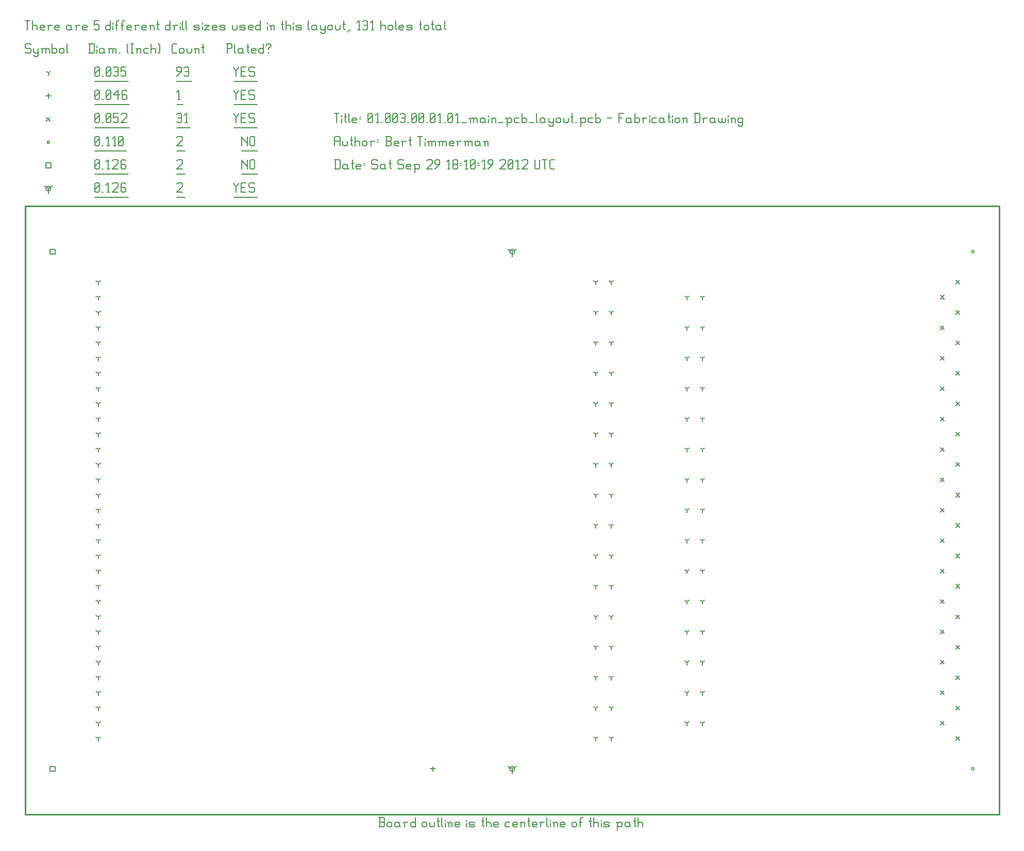
<source format=gbr>
G04 start of page 10 for group -3984 idx -3984 *
G04 Title: 01.003.00.01.01_main_pcb_layout.pcb, fab *
G04 Creator: pcb 20100929 *
G04 CreationDate: Sat Sep 29 18:10:19 2012 UTC *
G04 For: bert *
G04 Format: Gerber/RS-274X *
G04 PCB-Dimensions: 629925 393705 *
G04 PCB-Coordinate-Origin: lower left *
%MOIN*%
%FSLAX25Y25*%
%LNFAB*%
%ADD22C,0.0080*%
%ADD25C,0.0100*%
%ADD26C,0.0060*%
G54D22*X16117Y31132D02*X19317D01*
X16117D02*Y27932D01*
X19317D01*
Y31132D02*Y27932D01*
X16117Y365777D02*X19317D01*
X16117D02*Y362577D01*
X19317D01*
Y365777D02*Y362577D01*
X314961Y29532D02*Y26332D01*
Y29532D02*X317734Y31132D01*
X314961Y29532D02*X312188Y31132D01*
X313361Y29532D02*G75*G03X316561Y29532I1600J0D01*G01*
G75*G03X313361Y29532I-1600J0D01*G01*
X314961Y364177D02*Y360977D01*
Y364177D02*X317734Y365777D01*
X314961Y364177D02*X312188Y365777D01*
X313361Y364177D02*G75*G03X316561Y364177I1600J0D01*G01*
G75*G03X313361Y364177I-1600J0D01*G01*
X15000Y404955D02*Y401755D01*
Y404955D02*X17773Y406555D01*
X15000Y404955D02*X12227Y406555D01*
X13400Y404955D02*G75*G03X16600Y404955I1600J0D01*G01*
G75*G03X13400Y404955I-1600J0D01*G01*
G54D26*X135000Y408705D02*Y407955D01*
X136500Y406455D01*
X138000Y407955D01*
Y408705D02*Y407955D01*
X136500Y406455D02*Y402705D01*
X139801Y405705D02*X142051D01*
X139801Y402705D02*X142801D01*
X139801Y408705D02*Y402705D01*
Y408705D02*X142801D01*
X147603D02*X148353Y407955D01*
X145353Y408705D02*X147603D01*
X144603Y407955D02*X145353Y408705D01*
X144603Y407955D02*Y406455D01*
X145353Y405705D01*
X147603D01*
X148353Y404955D01*
Y403455D01*
X147603Y402705D02*X148353Y403455D01*
X145353Y402705D02*X147603D01*
X144603Y403455D02*X145353Y402705D01*
X135000Y399454D02*X150154D01*
X98000Y407955D02*X98750Y408705D01*
X101000D01*
X101750Y407955D01*
Y406455D01*
X98000Y402705D02*X101750Y406455D01*
X98000Y402705D02*X101750D01*
X98000Y399454D02*X103551D01*
X13400Y421555D02*X16600D01*
X13400D02*Y418355D01*
X16600D01*
Y421555D02*Y418355D01*
X140000Y423705D02*Y417705D01*
Y423705D02*Y422955D01*
X143750Y419205D01*
Y423705D02*Y417705D01*
X145551Y422955D02*Y418455D01*
Y422955D02*X146301Y423705D01*
X147801D01*
X148551Y422955D01*
Y418455D01*
X147801Y417705D02*X148551Y418455D01*
X146301Y417705D02*X147801D01*
X145551Y418455D02*X146301Y417705D01*
X140000Y414454D02*X150353D01*
X98000Y422955D02*X98750Y423705D01*
X101000D01*
X101750Y422955D01*
Y421455D01*
X98000Y417705D02*X101750Y421455D01*
X98000Y417705D02*X101750D01*
X98000Y414454D02*X103551D01*
X45000Y418455D02*X45750Y417705D01*
X45000Y422955D02*Y418455D01*
Y422955D02*X45750Y423705D01*
X47250D01*
X48000Y422955D01*
Y418455D01*
X47250Y417705D02*X48000Y418455D01*
X45750Y417705D02*X47250D01*
X45000Y419205D02*X48000Y422205D01*
X49801Y417705D02*X50551D01*
X53103D02*X54603D01*
X53853Y423705D02*Y417705D01*
X52353Y422205D02*X53853Y423705D01*
X56404Y422955D02*X57154Y423705D01*
X59404D01*
X60154Y422955D01*
Y421455D01*
X56404Y417705D02*X60154Y421455D01*
X56404Y417705D02*X60154D01*
X64206Y423705D02*X64956Y422955D01*
X62706Y423705D02*X64206D01*
X61956Y422955D02*X62706Y423705D01*
X61956Y422955D02*Y418455D01*
X62706Y417705D01*
X64206Y420705D02*X64956Y419955D01*
X61956Y420705D02*X64206D01*
X62706Y417705D02*X64206D01*
X64956Y418455D01*
Y419955D02*Y418455D01*
X45000Y414454D02*X66757D01*
X45000Y403455D02*X45750Y402705D01*
X45000Y407955D02*Y403455D01*
Y407955D02*X45750Y408705D01*
X47250D01*
X48000Y407955D01*
Y403455D01*
X47250Y402705D02*X48000Y403455D01*
X45750Y402705D02*X47250D01*
X45000Y404205D02*X48000Y407205D01*
X49801Y402705D02*X50551D01*
X53103D02*X54603D01*
X53853Y408705D02*Y402705D01*
X52353Y407205D02*X53853Y408705D01*
X56404Y407955D02*X57154Y408705D01*
X59404D01*
X60154Y407955D01*
Y406455D01*
X56404Y402705D02*X60154Y406455D01*
X56404Y402705D02*X60154D01*
X64206Y408705D02*X64956Y407955D01*
X62706Y408705D02*X64206D01*
X61956Y407955D02*X62706Y408705D01*
X61956Y407955D02*Y403455D01*
X62706Y402705D01*
X64206Y405705D02*X64956Y404955D01*
X61956Y405705D02*X64206D01*
X62706Y402705D02*X64206D01*
X64956Y403455D01*
Y404955D02*Y403455D01*
X45000Y399454D02*X66757D01*
X612191Y364178D02*G75*G03X613791Y364178I800J0D01*G01*
G75*G03X612191Y364178I-800J0D01*G01*
Y29532D02*G75*G03X613791Y29532I800J0D01*G01*
G75*G03X612191Y29532I-800J0D01*G01*
X14200Y434955D02*G75*G03X15800Y434955I800J0D01*G01*
G75*G03X14200Y434955I-800J0D01*G01*
X140000Y438705D02*Y432705D01*
Y438705D02*Y437955D01*
X143750Y434205D01*
Y438705D02*Y432705D01*
X145551Y437955D02*Y433455D01*
Y437955D02*X146301Y438705D01*
X147801D01*
X148551Y437955D01*
Y433455D01*
X147801Y432705D02*X148551Y433455D01*
X146301Y432705D02*X147801D01*
X145551Y433455D02*X146301Y432705D01*
X140000Y429454D02*X150353D01*
X98000Y437955D02*X98750Y438705D01*
X101000D01*
X101750Y437955D01*
Y436455D01*
X98000Y432705D02*X101750Y436455D01*
X98000Y432705D02*X101750D01*
X98000Y429454D02*X103551D01*
X45000Y433455D02*X45750Y432705D01*
X45000Y437955D02*Y433455D01*
Y437955D02*X45750Y438705D01*
X47250D01*
X48000Y437955D01*
Y433455D01*
X47250Y432705D02*X48000Y433455D01*
X45750Y432705D02*X47250D01*
X45000Y434205D02*X48000Y437205D01*
X49801Y432705D02*X50551D01*
X53103D02*X54603D01*
X53853Y438705D02*Y432705D01*
X52353Y437205D02*X53853Y438705D01*
X57154Y432705D02*X58654D01*
X57904Y438705D02*Y432705D01*
X56404Y437205D02*X57904Y438705D01*
X60456Y433455D02*X61206Y432705D01*
X60456Y437955D02*Y433455D01*
Y437955D02*X61206Y438705D01*
X62706D01*
X63456Y437955D01*
Y433455D01*
X62706Y432705D02*X63456Y433455D01*
X61206Y432705D02*X62706D01*
X60456Y434205D02*X63456Y437205D01*
X45000Y429454D02*X65257D01*
X601948Y345693D02*X604348Y343293D01*
X601948D02*X604348Y345693D01*
X592106Y335851D02*X594506Y333451D01*
X592106D02*X594506Y335851D01*
X601948Y326008D02*X604348Y323608D01*
X601948D02*X604348Y326008D01*
X592106Y316166D02*X594506Y313766D01*
X592106D02*X594506Y316166D01*
X601948Y306323D02*X604348Y303923D01*
X601948D02*X604348Y306323D01*
X592106Y296480D02*X594506Y294080D01*
X592106D02*X594506Y296480D01*
X601948Y286638D02*X604348Y284238D01*
X601948D02*X604348Y286638D01*
X592106Y276795D02*X594506Y274395D01*
X592106D02*X594506Y276795D01*
X601948Y266953D02*X604348Y264553D01*
X601948D02*X604348Y266953D01*
X592106Y257110D02*X594506Y254710D01*
X592106D02*X594506Y257110D01*
X601948Y247268D02*X604348Y244868D01*
X601948D02*X604348Y247268D01*
X592106Y237425D02*X594506Y235025D01*
X592106D02*X594506Y237425D01*
X601948Y227583D02*X604348Y225183D01*
X601948D02*X604348Y227583D01*
X592106Y217740D02*X594506Y215340D01*
X592106D02*X594506Y217740D01*
X601948Y207898D02*X604348Y205498D01*
X601948D02*X604348Y207898D01*
X592106Y198056D02*X594506Y195656D01*
X592106D02*X594506Y198056D01*
X592106Y178371D02*X594506Y175971D01*
X592106D02*X594506Y178371D01*
X601948Y188213D02*X604348Y185813D01*
X601948D02*X604348Y188213D01*
X601948Y168528D02*X604348Y166128D01*
X601948D02*X604348Y168528D01*
X592106Y158686D02*X594506Y156286D01*
X592106D02*X594506Y158686D01*
X601948Y148843D02*X604348Y146443D01*
X601948D02*X604348Y148843D01*
X592106Y139000D02*X594506Y136600D01*
X592106D02*X594506Y139000D01*
X601948Y129158D02*X604348Y126758D01*
X601948D02*X604348Y129158D01*
X592106Y119315D02*X594506Y116915D01*
X592106D02*X594506Y119315D01*
X601948Y109473D02*X604348Y107073D01*
X601948D02*X604348Y109473D01*
X592106Y99630D02*X594506Y97230D01*
X592106D02*X594506Y99630D01*
X601948Y89788D02*X604348Y87388D01*
X601948D02*X604348Y89788D01*
X592106Y79945D02*X594506Y77545D01*
X592106D02*X594506Y79945D01*
X601948Y70103D02*X604348Y67703D01*
X601948D02*X604348Y70103D01*
X592106Y60260D02*X594506Y57860D01*
X592106D02*X594506Y60260D01*
X601948Y50418D02*X604348Y48018D01*
X601948D02*X604348Y50418D01*
X13800Y451155D02*X16200Y448755D01*
X13800D02*X16200Y451155D01*
X135000Y453705D02*Y452955D01*
X136500Y451455D01*
X138000Y452955D01*
Y453705D02*Y452955D01*
X136500Y451455D02*Y447705D01*
X139801Y450705D02*X142051D01*
X139801Y447705D02*X142801D01*
X139801Y453705D02*Y447705D01*
Y453705D02*X142801D01*
X147603D02*X148353Y452955D01*
X145353Y453705D02*X147603D01*
X144603Y452955D02*X145353Y453705D01*
X144603Y452955D02*Y451455D01*
X145353Y450705D01*
X147603D01*
X148353Y449955D01*
Y448455D01*
X147603Y447705D02*X148353Y448455D01*
X145353Y447705D02*X147603D01*
X144603Y448455D02*X145353Y447705D01*
X135000Y444454D02*X150154D01*
X98000Y452955D02*X98750Y453705D01*
X100250D01*
X101000Y452955D01*
Y448455D01*
X100250Y447705D02*X101000Y448455D01*
X98750Y447705D02*X100250D01*
X98000Y448455D02*X98750Y447705D01*
Y450705D02*X101000D01*
X103551Y447705D02*X105051D01*
X104301Y453705D02*Y447705D01*
X102801Y452205D02*X104301Y453705D01*
X98000Y444454D02*X106853D01*
X45000Y448455D02*X45750Y447705D01*
X45000Y452955D02*Y448455D01*
Y452955D02*X45750Y453705D01*
X47250D01*
X48000Y452955D01*
Y448455D01*
X47250Y447705D02*X48000Y448455D01*
X45750Y447705D02*X47250D01*
X45000Y449205D02*X48000Y452205D01*
X49801Y447705D02*X50551D01*
X52353Y448455D02*X53103Y447705D01*
X52353Y452955D02*Y448455D01*
Y452955D02*X53103Y453705D01*
X54603D01*
X55353Y452955D01*
Y448455D01*
X54603Y447705D02*X55353Y448455D01*
X53103Y447705D02*X54603D01*
X52353Y449205D02*X55353Y452205D01*
X57154Y453705D02*X60154D01*
X57154D02*Y450705D01*
X57904Y451455D01*
X59404D01*
X60154Y450705D01*
Y448455D01*
X59404Y447705D02*X60154Y448455D01*
X57904Y447705D02*X59404D01*
X57154Y448455D02*X57904Y447705D01*
X61956Y452955D02*X62706Y453705D01*
X64956D01*
X65706Y452955D01*
Y451455D01*
X61956Y447705D02*X65706Y451455D01*
X61956Y447705D02*X65706D01*
X45000Y444454D02*X67507D01*
X263780Y31132D02*Y27932D01*
X262180Y29532D02*X265380D01*
X15000Y466555D02*Y463355D01*
X13400Y464955D02*X16600D01*
X135000Y468705D02*Y467955D01*
X136500Y466455D01*
X138000Y467955D01*
Y468705D02*Y467955D01*
X136500Y466455D02*Y462705D01*
X139801Y465705D02*X142051D01*
X139801Y462705D02*X142801D01*
X139801Y468705D02*Y462705D01*
Y468705D02*X142801D01*
X147603D02*X148353Y467955D01*
X145353Y468705D02*X147603D01*
X144603Y467955D02*X145353Y468705D01*
X144603Y467955D02*Y466455D01*
X145353Y465705D01*
X147603D01*
X148353Y464955D01*
Y463455D01*
X147603Y462705D02*X148353Y463455D01*
X145353Y462705D02*X147603D01*
X144603Y463455D02*X145353Y462705D01*
X135000Y459454D02*X150154D01*
X98750Y462705D02*X100250D01*
X99500Y468705D02*Y462705D01*
X98000Y467205D02*X99500Y468705D01*
X98000Y459454D02*X102051D01*
X45000Y463455D02*X45750Y462705D01*
X45000Y467955D02*Y463455D01*
Y467955D02*X45750Y468705D01*
X47250D01*
X48000Y467955D01*
Y463455D01*
X47250Y462705D02*X48000Y463455D01*
X45750Y462705D02*X47250D01*
X45000Y464205D02*X48000Y467205D01*
X49801Y462705D02*X50551D01*
X52353Y463455D02*X53103Y462705D01*
X52353Y467955D02*Y463455D01*
Y467955D02*X53103Y468705D01*
X54603D01*
X55353Y467955D01*
Y463455D01*
X54603Y462705D02*X55353Y463455D01*
X53103Y462705D02*X54603D01*
X52353Y464205D02*X55353Y467205D01*
X57154Y465705D02*X60154Y468705D01*
X57154Y465705D02*X60904D01*
X60154Y468705D02*Y462705D01*
X64956Y468705D02*X65706Y467955D01*
X63456Y468705D02*X64956D01*
X62706Y467955D02*X63456Y468705D01*
X62706Y467955D02*Y463455D01*
X63456Y462705D01*
X64956Y465705D02*X65706Y464955D01*
X62706Y465705D02*X64956D01*
X63456Y462705D02*X64956D01*
X65706Y463455D01*
Y464955D02*Y463455D01*
X45000Y459454D02*X67507D01*
X47244Y344492D02*Y342892D01*
Y344492D02*X48630Y345292D01*
X47244Y344492D02*X45858Y345292D01*
X47244Y334650D02*Y333050D01*
Y334650D02*X48630Y335450D01*
X47244Y334650D02*X45858Y335450D01*
X47244Y324807D02*Y323207D01*
Y324807D02*X48630Y325607D01*
X47244Y324807D02*X45858Y325607D01*
X47244Y314965D02*Y313365D01*
Y314965D02*X48630Y315765D01*
X47244Y314965D02*X45858Y315765D01*
X47244Y305122D02*Y303522D01*
Y305122D02*X48630Y305922D01*
X47244Y305122D02*X45858Y305922D01*
X47244Y295280D02*Y293680D01*
Y295280D02*X48630Y296080D01*
X47244Y295280D02*X45858Y296080D01*
X47244Y285437D02*Y283837D01*
Y285437D02*X48630Y286237D01*
X47244Y285437D02*X45858Y286237D01*
X47244Y275595D02*Y273995D01*
Y275595D02*X48630Y276395D01*
X47244Y275595D02*X45858Y276395D01*
X47244Y265752D02*Y264152D01*
Y265752D02*X48630Y266552D01*
X47244Y265752D02*X45858Y266552D01*
X47244Y255910D02*Y254310D01*
Y255910D02*X48630Y256710D01*
X47244Y255910D02*X45858Y256710D01*
X47244Y246067D02*Y244467D01*
Y246067D02*X48630Y246867D01*
X47244Y246067D02*X45858Y246867D01*
X47244Y236225D02*Y234625D01*
Y236225D02*X48630Y237025D01*
X47244Y236225D02*X45858Y237025D01*
X47244Y226382D02*Y224782D01*
Y226382D02*X48630Y227182D01*
X47244Y226382D02*X45858Y227182D01*
X47244Y216540D02*Y214940D01*
Y216540D02*X48630Y217340D01*
X47244Y216540D02*X45858Y217340D01*
X47244Y206697D02*Y205097D01*
Y206697D02*X48630Y207497D01*
X47244Y206697D02*X45858Y207497D01*
X47244Y196855D02*Y195255D01*
Y196855D02*X48630Y197655D01*
X47244Y196855D02*X45858Y197655D01*
X47244Y187012D02*Y185412D01*
Y187012D02*X48630Y187812D01*
X47244Y187012D02*X45858Y187812D01*
X47244Y177170D02*Y175570D01*
Y177170D02*X48630Y177970D01*
X47244Y177170D02*X45858Y177970D01*
X47244Y167327D02*Y165727D01*
Y167327D02*X48630Y168127D01*
X47244Y167327D02*X45858Y168127D01*
X47244Y157485D02*Y155885D01*
Y157485D02*X48630Y158285D01*
X47244Y157485D02*X45858Y158285D01*
X47244Y147642D02*Y146042D01*
Y147642D02*X48630Y148442D01*
X47244Y147642D02*X45858Y148442D01*
X47244Y137799D02*Y136199D01*
Y137799D02*X48630Y138599D01*
X47244Y137799D02*X45858Y138599D01*
X47244Y127957D02*Y126357D01*
Y127957D02*X48630Y128757D01*
X47244Y127957D02*X45858Y128757D01*
X47244Y118114D02*Y116514D01*
Y118114D02*X48630Y118914D01*
X47244Y118114D02*X45858Y118914D01*
X47244Y108272D02*Y106672D01*
Y108272D02*X48630Y109072D01*
X47244Y108272D02*X45858Y109072D01*
X47244Y98429D02*Y96829D01*
Y98429D02*X48630Y99229D01*
X47244Y98429D02*X45858Y99229D01*
X47244Y88587D02*Y86987D01*
Y88587D02*X48630Y89387D01*
X47244Y88587D02*X45858Y89387D01*
X47244Y78744D02*Y77144D01*
Y78744D02*X48630Y79544D01*
X47244Y78744D02*X45858Y79544D01*
X47244Y68902D02*Y67302D01*
Y68902D02*X48630Y69702D01*
X47244Y68902D02*X45858Y69702D01*
X47244Y59059D02*Y57459D01*
Y59059D02*X48630Y59859D01*
X47244Y59059D02*X45858Y59859D01*
X47244Y49217D02*Y47617D01*
Y49217D02*X48630Y50017D01*
X47244Y49217D02*X45858Y50017D01*
X428071Y59059D02*Y57459D01*
Y59059D02*X429457Y59859D01*
X428071Y59059D02*X426685Y59859D01*
X438071Y59059D02*Y57459D01*
Y59059D02*X439457Y59859D01*
X438071Y59059D02*X436685Y59859D01*
X428071Y78744D02*Y77144D01*
Y78744D02*X429457Y79544D01*
X428071Y78744D02*X426685Y79544D01*
X438071Y78744D02*Y77144D01*
Y78744D02*X439457Y79544D01*
X438071Y78744D02*X436685Y79544D01*
X428071Y98429D02*Y96829D01*
Y98429D02*X429457Y99229D01*
X428071Y98429D02*X426685Y99229D01*
X438071Y98429D02*Y96829D01*
Y98429D02*X439457Y99229D01*
X438071Y98429D02*X436685Y99229D01*
X428071Y118115D02*Y116515D01*
Y118115D02*X429457Y118915D01*
X428071Y118115D02*X426685Y118915D01*
X438071Y118115D02*Y116515D01*
Y118115D02*X439457Y118915D01*
X438071Y118115D02*X436685Y118915D01*
X428071Y137800D02*Y136200D01*
Y137800D02*X429457Y138600D01*
X428071Y137800D02*X426685Y138600D01*
X438071Y137800D02*Y136200D01*
Y137800D02*X439457Y138600D01*
X438071Y137800D02*X436685Y138600D01*
X428071Y157485D02*Y155885D01*
Y157485D02*X429457Y158285D01*
X428071Y157485D02*X426685Y158285D01*
X438071Y157485D02*Y155885D01*
Y157485D02*X439457Y158285D01*
X438071Y157485D02*X436685Y158285D01*
X428071Y177170D02*Y175570D01*
Y177170D02*X429457Y177970D01*
X428071Y177170D02*X426685Y177970D01*
X438071Y177170D02*Y175570D01*
Y177170D02*X439457Y177970D01*
X438071Y177170D02*X436685Y177970D01*
X428071Y196855D02*Y195255D01*
Y196855D02*X429457Y197655D01*
X428071Y196855D02*X426685Y197655D01*
X438071Y196855D02*Y195255D01*
Y196855D02*X439457Y197655D01*
X438071Y196855D02*X436685Y197655D01*
X428071Y216540D02*Y214940D01*
Y216540D02*X429457Y217340D01*
X428071Y216540D02*X426685Y217340D01*
X438071Y216540D02*Y214940D01*
Y216540D02*X439457Y217340D01*
X438071Y216540D02*X436685Y217340D01*
X428071Y236225D02*Y234625D01*
Y236225D02*X429457Y237025D01*
X428071Y236225D02*X426685Y237025D01*
X438071Y236225D02*Y234625D01*
Y236225D02*X439457Y237025D01*
X438071Y236225D02*X436685Y237025D01*
X428071Y255910D02*Y254310D01*
Y255910D02*X429457Y256710D01*
X428071Y255910D02*X426685Y256710D01*
X438071Y255910D02*Y254310D01*
Y255910D02*X439457Y256710D01*
X438071Y255910D02*X436685Y256710D01*
X428071Y275595D02*Y273995D01*
Y275595D02*X429457Y276395D01*
X428071Y275595D02*X426685Y276395D01*
X438071Y275595D02*Y273995D01*
Y275595D02*X439457Y276395D01*
X438071Y275595D02*X436685Y276395D01*
X428071Y295280D02*Y293680D01*
Y295280D02*X429457Y296080D01*
X428071Y295280D02*X426685Y296080D01*
X438071Y295280D02*Y293680D01*
Y295280D02*X439457Y296080D01*
X438071Y295280D02*X436685Y296080D01*
X428071Y314965D02*Y313365D01*
Y314965D02*X429457Y315765D01*
X428071Y314965D02*X426685Y315765D01*
X438071Y314965D02*Y313365D01*
Y314965D02*X439457Y315765D01*
X438071Y314965D02*X436685Y315765D01*
X428071Y334650D02*Y333050D01*
Y334650D02*X429457Y335450D01*
X428071Y334650D02*X426685Y335450D01*
X438071Y334650D02*Y333050D01*
Y334650D02*X439457Y335450D01*
X438071Y334650D02*X436685Y335450D01*
X369016Y49217D02*Y47617D01*
Y49217D02*X370402Y50017D01*
X369016Y49217D02*X367630Y50017D01*
X379016Y49217D02*Y47617D01*
Y49217D02*X380402Y50017D01*
X379016Y49217D02*X377630Y50017D01*
X369016Y68902D02*Y67302D01*
Y68902D02*X370402Y69702D01*
X369016Y68902D02*X367630Y69702D01*
X379016Y68902D02*Y67302D01*
Y68902D02*X380402Y69702D01*
X379016Y68902D02*X377630Y69702D01*
X369016Y88587D02*Y86987D01*
Y88587D02*X370402Y89387D01*
X369016Y88587D02*X367630Y89387D01*
X379016Y88587D02*Y86987D01*
Y88587D02*X380402Y89387D01*
X379016Y88587D02*X377630Y89387D01*
X369016Y108272D02*Y106672D01*
Y108272D02*X370402Y109072D01*
X369016Y108272D02*X367630Y109072D01*
X379016Y108272D02*Y106672D01*
Y108272D02*X380402Y109072D01*
X379016Y108272D02*X377630Y109072D01*
X369016Y127957D02*Y126357D01*
Y127957D02*X370402Y128757D01*
X369016Y127957D02*X367630Y128757D01*
X379016Y127957D02*Y126357D01*
Y127957D02*X380402Y128757D01*
X379016Y127957D02*X377630Y128757D01*
X369016Y147642D02*Y146042D01*
Y147642D02*X370402Y148442D01*
X369016Y147642D02*X367630Y148442D01*
X379016Y147642D02*Y146042D01*
Y147642D02*X380402Y148442D01*
X379016Y147642D02*X377630Y148442D01*
X369016Y167327D02*Y165727D01*
Y167327D02*X370402Y168127D01*
X369016Y167327D02*X367630Y168127D01*
X379016Y167327D02*Y165727D01*
Y167327D02*X380402Y168127D01*
X379016Y167327D02*X377630Y168127D01*
X369016Y187012D02*Y185412D01*
Y187012D02*X370402Y187812D01*
X369016Y187012D02*X367630Y187812D01*
X379016Y187012D02*Y185412D01*
Y187012D02*X380402Y187812D01*
X379016Y187012D02*X377630Y187812D01*
X369016Y206697D02*Y205097D01*
Y206697D02*X370402Y207497D01*
X369016Y206697D02*X367630Y207497D01*
X379016Y206697D02*Y205097D01*
Y206697D02*X380402Y207497D01*
X379016Y206697D02*X377630Y207497D01*
X369016Y226382D02*Y224782D01*
Y226382D02*X370402Y227182D01*
X369016Y226382D02*X367630Y227182D01*
X379016Y226382D02*Y224782D01*
Y226382D02*X380402Y227182D01*
X379016Y226382D02*X377630Y227182D01*
X369016Y246067D02*Y244467D01*
Y246067D02*X370402Y246867D01*
X369016Y246067D02*X367630Y246867D01*
X379016Y246067D02*Y244467D01*
Y246067D02*X380402Y246867D01*
X379016Y246067D02*X377630Y246867D01*
X369016Y265752D02*Y264152D01*
Y265752D02*X370402Y266552D01*
X369016Y265752D02*X367630Y266552D01*
X379016Y265752D02*Y264152D01*
Y265752D02*X380402Y266552D01*
X379016Y265752D02*X377630Y266552D01*
X369016Y285437D02*Y283837D01*
Y285437D02*X370402Y286237D01*
X369016Y285437D02*X367630Y286237D01*
X379016Y285437D02*Y283837D01*
Y285437D02*X380402Y286237D01*
X379016Y285437D02*X377630Y286237D01*
X369016Y305122D02*Y303522D01*
Y305122D02*X370402Y305922D01*
X369016Y305122D02*X367630Y305922D01*
X379016Y305122D02*Y303522D01*
Y305122D02*X380402Y305922D01*
X379016Y305122D02*X377630Y305922D01*
X369016Y324807D02*Y323207D01*
Y324807D02*X370402Y325607D01*
X369016Y324807D02*X367630Y325607D01*
X379016Y324807D02*Y323207D01*
Y324807D02*X380402Y325607D01*
X379016Y324807D02*X377630Y325607D01*
X369016Y344492D02*Y342892D01*
Y344492D02*X370402Y345292D01*
X369016Y344492D02*X367630Y345292D01*
X379016Y344492D02*Y342892D01*
Y344492D02*X380402Y345292D01*
X379016Y344492D02*X377630Y345292D01*
X15000Y479955D02*Y478355D01*
Y479955D02*X16386Y480755D01*
X15000Y479955D02*X13614Y480755D01*
X135000Y483705D02*Y482955D01*
X136500Y481455D01*
X138000Y482955D01*
Y483705D02*Y482955D01*
X136500Y481455D02*Y477705D01*
X139801Y480705D02*X142051D01*
X139801Y477705D02*X142801D01*
X139801Y483705D02*Y477705D01*
Y483705D02*X142801D01*
X147603D02*X148353Y482955D01*
X145353Y483705D02*X147603D01*
X144603Y482955D02*X145353Y483705D01*
X144603Y482955D02*Y481455D01*
X145353Y480705D01*
X147603D01*
X148353Y479955D01*
Y478455D01*
X147603Y477705D02*X148353Y478455D01*
X145353Y477705D02*X147603D01*
X144603Y478455D02*X145353Y477705D01*
X135000Y474454D02*X150154D01*
X98000Y477705D02*X101000Y480705D01*
Y482955D02*Y480705D01*
X100250Y483705D02*X101000Y482955D01*
X98750Y483705D02*X100250D01*
X98000Y482955D02*X98750Y483705D01*
X98000Y482955D02*Y481455D01*
X98750Y480705D01*
X101000D01*
X102801Y482955D02*X103551Y483705D01*
X105051D01*
X105801Y482955D01*
Y478455D01*
X105051Y477705D02*X105801Y478455D01*
X103551Y477705D02*X105051D01*
X102801Y478455D02*X103551Y477705D01*
Y480705D02*X105801D01*
X98000Y474454D02*X107603D01*
X45000Y478455D02*X45750Y477705D01*
X45000Y482955D02*Y478455D01*
Y482955D02*X45750Y483705D01*
X47250D01*
X48000Y482955D01*
Y478455D01*
X47250Y477705D02*X48000Y478455D01*
X45750Y477705D02*X47250D01*
X45000Y479205D02*X48000Y482205D01*
X49801Y477705D02*X50551D01*
X52353Y478455D02*X53103Y477705D01*
X52353Y482955D02*Y478455D01*
Y482955D02*X53103Y483705D01*
X54603D01*
X55353Y482955D01*
Y478455D01*
X54603Y477705D02*X55353Y478455D01*
X53103Y477705D02*X54603D01*
X52353Y479205D02*X55353Y482205D01*
X57154Y482955D02*X57904Y483705D01*
X59404D01*
X60154Y482955D01*
Y478455D01*
X59404Y477705D02*X60154Y478455D01*
X57904Y477705D02*X59404D01*
X57154Y478455D02*X57904Y477705D01*
Y480705D02*X60154D01*
X61956Y483705D02*X64956D01*
X61956D02*Y480705D01*
X62706Y481455D01*
X64206D01*
X64956Y480705D01*
Y478455D01*
X64206Y477705D02*X64956Y478455D01*
X62706Y477705D02*X64206D01*
X61956Y478455D02*X62706Y477705D01*
X45000Y474454D02*X66757D01*
X3000Y498705D02*X3750Y497955D01*
X750Y498705D02*X3000D01*
X0Y497955D02*X750Y498705D01*
X0Y497955D02*Y496455D01*
X750Y495705D01*
X3000D01*
X3750Y494955D01*
Y493455D01*
X3000Y492705D02*X3750Y493455D01*
X750Y492705D02*X3000D01*
X0Y493455D02*X750Y492705D01*
X5551Y495705D02*Y493455D01*
X6301Y492705D01*
X8551Y495705D02*Y491205D01*
X7801Y490455D02*X8551Y491205D01*
X6301Y490455D02*X7801D01*
X5551Y491205D02*X6301Y490455D01*
Y492705D02*X7801D01*
X8551Y493455D01*
X11103Y494955D02*Y492705D01*
Y494955D02*X11853Y495705D01*
X12603D01*
X13353Y494955D01*
Y492705D01*
Y494955D02*X14103Y495705D01*
X14853D01*
X15603Y494955D01*
Y492705D01*
X10353Y495705D02*X11103Y494955D01*
X17404Y498705D02*Y492705D01*
Y493455D02*X18154Y492705D01*
X19654D01*
X20404Y493455D01*
Y494955D02*Y493455D01*
X19654Y495705D02*X20404Y494955D01*
X18154Y495705D02*X19654D01*
X17404Y494955D02*X18154Y495705D01*
X22206Y494955D02*Y493455D01*
Y494955D02*X22956Y495705D01*
X24456D01*
X25206Y494955D01*
Y493455D01*
X24456Y492705D02*X25206Y493455D01*
X22956Y492705D02*X24456D01*
X22206Y493455D02*X22956Y492705D01*
X27007Y498705D02*Y493455D01*
X27757Y492705D01*
X41750Y498705D02*Y492705D01*
X44000Y498705D02*X44750Y497955D01*
Y493455D01*
X44000Y492705D02*X44750Y493455D01*
X41000Y492705D02*X44000D01*
X41000Y498705D02*X44000D01*
X46551Y497205D02*Y496455D01*
Y494955D02*Y492705D01*
X50303Y495705D02*X51053Y494955D01*
X48803Y495705D02*X50303D01*
X48053Y494955D02*X48803Y495705D01*
X48053Y494955D02*Y493455D01*
X48803Y492705D01*
X51053Y495705D02*Y493455D01*
X51803Y492705D01*
X48803D02*X50303D01*
X51053Y493455D01*
X54354Y494955D02*Y492705D01*
Y494955D02*X55104Y495705D01*
X55854D01*
X56604Y494955D01*
Y492705D01*
Y494955D02*X57354Y495705D01*
X58104D01*
X58854Y494955D01*
Y492705D01*
X53604Y495705D02*X54354Y494955D01*
X60656Y492705D02*X61406D01*
X65907Y493455D02*X66657Y492705D01*
X65907Y497955D02*X66657Y498705D01*
X65907Y497955D02*Y493455D01*
X68459Y498705D02*X69959D01*
X69209D02*Y492705D01*
X68459D02*X69959D01*
X72510Y494955D02*Y492705D01*
Y494955D02*X73260Y495705D01*
X74010D01*
X74760Y494955D01*
Y492705D01*
X71760Y495705D02*X72510Y494955D01*
X77312Y495705D02*X79562D01*
X76562Y494955D02*X77312Y495705D01*
X76562Y494955D02*Y493455D01*
X77312Y492705D01*
X79562D01*
X81363Y498705D02*Y492705D01*
Y494955D02*X82113Y495705D01*
X83613D01*
X84363Y494955D01*
Y492705D01*
X86165Y498705D02*X86915Y497955D01*
Y493455D01*
X86165Y492705D02*X86915Y493455D01*
X95750Y492705D02*X98000D01*
X95000Y493455D02*X95750Y492705D01*
X95000Y497955D02*Y493455D01*
Y497955D02*X95750Y498705D01*
X98000D01*
X99801Y494955D02*Y493455D01*
Y494955D02*X100551Y495705D01*
X102051D01*
X102801Y494955D01*
Y493455D01*
X102051Y492705D02*X102801Y493455D01*
X100551Y492705D02*X102051D01*
X99801Y493455D02*X100551Y492705D01*
X104603Y495705D02*Y493455D01*
X105353Y492705D01*
X106853D01*
X107603Y493455D01*
Y495705D02*Y493455D01*
X110154Y494955D02*Y492705D01*
Y494955D02*X110904Y495705D01*
X111654D01*
X112404Y494955D01*
Y492705D01*
X109404Y495705D02*X110154Y494955D01*
X114956Y498705D02*Y493455D01*
X115706Y492705D01*
X114206Y496455D02*X115706D01*
X130750Y498705D02*Y492705D01*
X130000Y498705D02*X133000D01*
X133750Y497955D01*
Y496455D01*
X133000Y495705D02*X133750Y496455D01*
X130750Y495705D02*X133000D01*
X135551Y498705D02*Y493455D01*
X136301Y492705D01*
X140053Y495705D02*X140803Y494955D01*
X138553Y495705D02*X140053D01*
X137803Y494955D02*X138553Y495705D01*
X137803Y494955D02*Y493455D01*
X138553Y492705D01*
X140803Y495705D02*Y493455D01*
X141553Y492705D01*
X138553D02*X140053D01*
X140803Y493455D01*
X144104Y498705D02*Y493455D01*
X144854Y492705D01*
X143354Y496455D02*X144854D01*
X147106Y492705D02*X149356D01*
X146356Y493455D02*X147106Y492705D01*
X146356Y494955D02*Y493455D01*
Y494955D02*X147106Y495705D01*
X148606D01*
X149356Y494955D01*
X146356Y494205D02*X149356D01*
Y494955D02*Y494205D01*
X154157Y498705D02*Y492705D01*
X153407D02*X154157Y493455D01*
X151907Y492705D02*X153407D01*
X151157Y493455D02*X151907Y492705D01*
X151157Y494955D02*Y493455D01*
Y494955D02*X151907Y495705D01*
X153407D01*
X154157Y494955D01*
X157459Y495705D02*Y494955D01*
Y493455D02*Y492705D01*
X155959Y497955D02*Y497205D01*
Y497955D02*X156709Y498705D01*
X158209D01*
X158959Y497955D01*
Y497205D01*
X157459Y495705D02*X158959Y497205D01*
X0Y513705D02*X3000D01*
X1500D02*Y507705D01*
X4801Y513705D02*Y507705D01*
Y509955D02*X5551Y510705D01*
X7051D01*
X7801Y509955D01*
Y507705D01*
X10353D02*X12603D01*
X9603Y508455D02*X10353Y507705D01*
X9603Y509955D02*Y508455D01*
Y509955D02*X10353Y510705D01*
X11853D01*
X12603Y509955D01*
X9603Y509205D02*X12603D01*
Y509955D02*Y509205D01*
X15154Y509955D02*Y507705D01*
Y509955D02*X15904Y510705D01*
X17404D01*
X14404D02*X15154Y509955D01*
X19956Y507705D02*X22206D01*
X19206Y508455D02*X19956Y507705D01*
X19206Y509955D02*Y508455D01*
Y509955D02*X19956Y510705D01*
X21456D01*
X22206Y509955D01*
X19206Y509205D02*X22206D01*
Y509955D02*Y509205D01*
X28957Y510705D02*X29707Y509955D01*
X27457Y510705D02*X28957D01*
X26707Y509955D02*X27457Y510705D01*
X26707Y509955D02*Y508455D01*
X27457Y507705D01*
X29707Y510705D02*Y508455D01*
X30457Y507705D01*
X27457D02*X28957D01*
X29707Y508455D01*
X33009Y509955D02*Y507705D01*
Y509955D02*X33759Y510705D01*
X35259D01*
X32259D02*X33009Y509955D01*
X37810Y507705D02*X40060D01*
X37060Y508455D02*X37810Y507705D01*
X37060Y509955D02*Y508455D01*
Y509955D02*X37810Y510705D01*
X39310D01*
X40060Y509955D01*
X37060Y509205D02*X40060D01*
Y509955D02*Y509205D01*
X44562Y513705D02*X47562D01*
X44562D02*Y510705D01*
X45312Y511455D01*
X46812D01*
X47562Y510705D01*
Y508455D01*
X46812Y507705D02*X47562Y508455D01*
X45312Y507705D02*X46812D01*
X44562Y508455D02*X45312Y507705D01*
X55063Y513705D02*Y507705D01*
X54313D02*X55063Y508455D01*
X52813Y507705D02*X54313D01*
X52063Y508455D02*X52813Y507705D01*
X52063Y509955D02*Y508455D01*
Y509955D02*X52813Y510705D01*
X54313D01*
X55063Y509955D01*
X56865Y512205D02*Y511455D01*
Y509955D02*Y507705D01*
X59116Y512955D02*Y507705D01*
Y512955D02*X59866Y513705D01*
X60616D01*
X58366Y510705D02*X59866D01*
X62868Y512955D02*Y507705D01*
Y512955D02*X63618Y513705D01*
X64368D01*
X62118Y510705D02*X63618D01*
X66619Y507705D02*X68869D01*
X65869Y508455D02*X66619Y507705D01*
X65869Y509955D02*Y508455D01*
Y509955D02*X66619Y510705D01*
X68119D01*
X68869Y509955D01*
X65869Y509205D02*X68869D01*
Y509955D02*Y509205D01*
X71421Y509955D02*Y507705D01*
Y509955D02*X72171Y510705D01*
X73671D01*
X70671D02*X71421Y509955D01*
X76222Y507705D02*X78472D01*
X75472Y508455D02*X76222Y507705D01*
X75472Y509955D02*Y508455D01*
Y509955D02*X76222Y510705D01*
X77722D01*
X78472Y509955D01*
X75472Y509205D02*X78472D01*
Y509955D02*Y509205D01*
X81024Y509955D02*Y507705D01*
Y509955D02*X81774Y510705D01*
X82524D01*
X83274Y509955D01*
Y507705D01*
X80274Y510705D02*X81024Y509955D01*
X85825Y513705D02*Y508455D01*
X86575Y507705D01*
X85075Y511455D02*X86575D01*
X93777Y513705D02*Y507705D01*
X93027D02*X93777Y508455D01*
X91527Y507705D02*X93027D01*
X90777Y508455D02*X91527Y507705D01*
X90777Y509955D02*Y508455D01*
Y509955D02*X91527Y510705D01*
X93027D01*
X93777Y509955D01*
X96328D02*Y507705D01*
Y509955D02*X97078Y510705D01*
X98578D01*
X95578D02*X96328Y509955D01*
X100380Y512205D02*Y511455D01*
Y509955D02*Y507705D01*
X101881Y513705D02*Y508455D01*
X102631Y507705D01*
X104133Y513705D02*Y508455D01*
X104883Y507705D01*
X109834D02*X112084D01*
X112834Y508455D01*
X112084Y509205D02*X112834Y508455D01*
X109834Y509205D02*X112084D01*
X109084Y509955D02*X109834Y509205D01*
X109084Y509955D02*X109834Y510705D01*
X112084D01*
X112834Y509955D01*
X109084Y508455D02*X109834Y507705D01*
X114636Y512205D02*Y511455D01*
Y509955D02*Y507705D01*
X116137Y510705D02*X119137D01*
X116137Y507705D02*X119137Y510705D01*
X116137Y507705D02*X119137D01*
X121689D02*X123939D01*
X120939Y508455D02*X121689Y507705D01*
X120939Y509955D02*Y508455D01*
Y509955D02*X121689Y510705D01*
X123189D01*
X123939Y509955D01*
X120939Y509205D02*X123939D01*
Y509955D02*Y509205D01*
X126490Y507705D02*X128740D01*
X129490Y508455D01*
X128740Y509205D02*X129490Y508455D01*
X126490Y509205D02*X128740D01*
X125740Y509955D02*X126490Y509205D01*
X125740Y509955D02*X126490Y510705D01*
X128740D01*
X129490Y509955D01*
X125740Y508455D02*X126490Y507705D01*
X133992Y510705D02*Y508455D01*
X134742Y507705D01*
X136242D01*
X136992Y508455D01*
Y510705D02*Y508455D01*
X139543Y507705D02*X141793D01*
X142543Y508455D01*
X141793Y509205D02*X142543Y508455D01*
X139543Y509205D02*X141793D01*
X138793Y509955D02*X139543Y509205D01*
X138793Y509955D02*X139543Y510705D01*
X141793D01*
X142543Y509955D01*
X138793Y508455D02*X139543Y507705D01*
X145095D02*X147345D01*
X144345Y508455D02*X145095Y507705D01*
X144345Y509955D02*Y508455D01*
Y509955D02*X145095Y510705D01*
X146595D01*
X147345Y509955D01*
X144345Y509205D02*X147345D01*
Y509955D02*Y509205D01*
X152146Y513705D02*Y507705D01*
X151396D02*X152146Y508455D01*
X149896Y507705D02*X151396D01*
X149146Y508455D02*X149896Y507705D01*
X149146Y509955D02*Y508455D01*
Y509955D02*X149896Y510705D01*
X151396D01*
X152146Y509955D01*
X156648Y512205D02*Y511455D01*
Y509955D02*Y507705D01*
X158899Y509955D02*Y507705D01*
Y509955D02*X159649Y510705D01*
X160399D01*
X161149Y509955D01*
Y507705D01*
X158149Y510705D02*X158899Y509955D01*
X166401Y513705D02*Y508455D01*
X167151Y507705D01*
X165651Y511455D02*X167151D01*
X168652Y513705D02*Y507705D01*
Y509955D02*X169402Y510705D01*
X170902D01*
X171652Y509955D01*
Y507705D01*
X173454Y512205D02*Y511455D01*
Y509955D02*Y507705D01*
X175705D02*X177955D01*
X178705Y508455D01*
X177955Y509205D02*X178705Y508455D01*
X175705Y509205D02*X177955D01*
X174955Y509955D02*X175705Y509205D01*
X174955Y509955D02*X175705Y510705D01*
X177955D01*
X178705Y509955D01*
X174955Y508455D02*X175705Y507705D01*
X183207Y513705D02*Y508455D01*
X183957Y507705D01*
X187708Y510705D02*X188458Y509955D01*
X186208Y510705D02*X187708D01*
X185458Y509955D02*X186208Y510705D01*
X185458Y509955D02*Y508455D01*
X186208Y507705D01*
X188458Y510705D02*Y508455D01*
X189208Y507705D01*
X186208D02*X187708D01*
X188458Y508455D01*
X191010Y510705D02*Y508455D01*
X191760Y507705D01*
X194010Y510705D02*Y506205D01*
X193260Y505455D02*X194010Y506205D01*
X191760Y505455D02*X193260D01*
X191010Y506205D02*X191760Y505455D01*
Y507705D02*X193260D01*
X194010Y508455D01*
X195811Y509955D02*Y508455D01*
Y509955D02*X196561Y510705D01*
X198061D01*
X198811Y509955D01*
Y508455D01*
X198061Y507705D02*X198811Y508455D01*
X196561Y507705D02*X198061D01*
X195811Y508455D02*X196561Y507705D01*
X200613Y510705D02*Y508455D01*
X201363Y507705D01*
X202863D01*
X203613Y508455D01*
Y510705D02*Y508455D01*
X206164Y513705D02*Y508455D01*
X206914Y507705D01*
X205414Y511455D02*X206914D01*
X208416Y506205D02*X209916Y507705D01*
X215167D02*X216667D01*
X215917Y513705D02*Y507705D01*
X214417Y512205D02*X215917Y513705D01*
X218469Y512955D02*X219219Y513705D01*
X220719D01*
X221469Y512955D01*
Y508455D01*
X220719Y507705D02*X221469Y508455D01*
X219219Y507705D02*X220719D01*
X218469Y508455D02*X219219Y507705D01*
Y510705D02*X221469D01*
X224020Y507705D02*X225520D01*
X224770Y513705D02*Y507705D01*
X223270Y512205D02*X224770Y513705D01*
X230022D02*Y507705D01*
Y509955D02*X230772Y510705D01*
X232272D01*
X233022Y509955D01*
Y507705D01*
X234823Y509955D02*Y508455D01*
Y509955D02*X235573Y510705D01*
X237073D01*
X237823Y509955D01*
Y508455D01*
X237073Y507705D02*X237823Y508455D01*
X235573Y507705D02*X237073D01*
X234823Y508455D02*X235573Y507705D01*
X239625Y513705D02*Y508455D01*
X240375Y507705D01*
X242626D02*X244876D01*
X241876Y508455D02*X242626Y507705D01*
X241876Y509955D02*Y508455D01*
Y509955D02*X242626Y510705D01*
X244126D01*
X244876Y509955D01*
X241876Y509205D02*X244876D01*
Y509955D02*Y509205D01*
X247428Y507705D02*X249678D01*
X250428Y508455D01*
X249678Y509205D02*X250428Y508455D01*
X247428Y509205D02*X249678D01*
X246678Y509955D02*X247428Y509205D01*
X246678Y509955D02*X247428Y510705D01*
X249678D01*
X250428Y509955D01*
X246678Y508455D02*X247428Y507705D01*
X255679Y513705D02*Y508455D01*
X256429Y507705D01*
X254929Y511455D02*X256429D01*
X257931Y509955D02*Y508455D01*
Y509955D02*X258681Y510705D01*
X260181D01*
X260931Y509955D01*
Y508455D01*
X260181Y507705D02*X260931Y508455D01*
X258681Y507705D02*X260181D01*
X257931Y508455D02*X258681Y507705D01*
X263482Y513705D02*Y508455D01*
X264232Y507705D01*
X262732Y511455D02*X264232D01*
X267984Y510705D02*X268734Y509955D01*
X266484Y510705D02*X267984D01*
X265734Y509955D02*X266484Y510705D01*
X265734Y509955D02*Y508455D01*
X266484Y507705D01*
X268734Y510705D02*Y508455D01*
X269484Y507705D01*
X266484D02*X267984D01*
X268734Y508455D01*
X271285Y513705D02*Y508455D01*
X272035Y507705D01*
G54D25*X0Y393705D02*Y4D01*
X629921Y393705D02*X0D01*
X629921Y4D02*Y393705D01*
X0Y4D02*X629921D01*
G54D26*X228610Y-8000D02*X231610D01*
X232360Y-7250D01*
Y-5750D02*Y-7250D01*
X231610Y-5000D02*X232360Y-5750D01*
X229360Y-5000D02*X231610D01*
X229360Y-2000D02*Y-8000D01*
X228610Y-2000D02*X231610D01*
X232360Y-2750D01*
Y-4250D01*
X231610Y-5000D02*X232360Y-4250D01*
X234161Y-5750D02*Y-7250D01*
Y-5750D02*X234911Y-5000D01*
X236411D01*
X237161Y-5750D01*
Y-7250D01*
X236411Y-8000D02*X237161Y-7250D01*
X234911Y-8000D02*X236411D01*
X234161Y-7250D02*X234911Y-8000D01*
X241213Y-5000D02*X241963Y-5750D01*
X239713Y-5000D02*X241213D01*
X238963Y-5750D02*X239713Y-5000D01*
X238963Y-5750D02*Y-7250D01*
X239713Y-8000D01*
X241963Y-5000D02*Y-7250D01*
X242713Y-8000D01*
X239713D02*X241213D01*
X241963Y-7250D01*
X245264Y-5750D02*Y-8000D01*
Y-5750D02*X246014Y-5000D01*
X247514D01*
X244514D02*X245264Y-5750D01*
X252316Y-2000D02*Y-8000D01*
X251566D02*X252316Y-7250D01*
X250066Y-8000D02*X251566D01*
X249316Y-7250D02*X250066Y-8000D01*
X249316Y-5750D02*Y-7250D01*
Y-5750D02*X250066Y-5000D01*
X251566D01*
X252316Y-5750D01*
X256817D02*Y-7250D01*
Y-5750D02*X257567Y-5000D01*
X259067D01*
X259817Y-5750D01*
Y-7250D01*
X259067Y-8000D02*X259817Y-7250D01*
X257567Y-8000D02*X259067D01*
X256817Y-7250D02*X257567Y-8000D01*
X261619Y-5000D02*Y-7250D01*
X262369Y-8000D01*
X263869D01*
X264619Y-7250D01*
Y-5000D02*Y-7250D01*
X267170Y-2000D02*Y-7250D01*
X267920Y-8000D01*
X266420Y-4250D02*X267920D01*
X269422Y-2000D02*Y-7250D01*
X270172Y-8000D01*
X271673Y-3500D02*Y-4250D01*
Y-5750D02*Y-8000D01*
X273925Y-5750D02*Y-8000D01*
Y-5750D02*X274675Y-5000D01*
X275425D01*
X276175Y-5750D01*
Y-8000D01*
X273175Y-5000D02*X273925Y-5750D01*
X278726Y-8000D02*X280976D01*
X277976Y-7250D02*X278726Y-8000D01*
X277976Y-5750D02*Y-7250D01*
Y-5750D02*X278726Y-5000D01*
X280226D01*
X280976Y-5750D01*
X277976Y-6500D02*X280976D01*
Y-5750D02*Y-6500D01*
X285478Y-3500D02*Y-4250D01*
Y-5750D02*Y-8000D01*
X287729D02*X289979D01*
X290729Y-7250D01*
X289979Y-6500D02*X290729Y-7250D01*
X287729Y-6500D02*X289979D01*
X286979Y-5750D02*X287729Y-6500D01*
X286979Y-5750D02*X287729Y-5000D01*
X289979D01*
X290729Y-5750D01*
X286979Y-7250D02*X287729Y-8000D01*
X295981Y-2000D02*Y-7250D01*
X296731Y-8000D01*
X295231Y-4250D02*X296731D01*
X298232Y-2000D02*Y-8000D01*
Y-5750D02*X298982Y-5000D01*
X300482D01*
X301232Y-5750D01*
Y-8000D01*
X303784D02*X306034D01*
X303034Y-7250D02*X303784Y-8000D01*
X303034Y-5750D02*Y-7250D01*
Y-5750D02*X303784Y-5000D01*
X305284D01*
X306034Y-5750D01*
X303034Y-6500D02*X306034D01*
Y-5750D02*Y-6500D01*
X311285Y-5000D02*X313535D01*
X310535Y-5750D02*X311285Y-5000D01*
X310535Y-5750D02*Y-7250D01*
X311285Y-8000D01*
X313535D01*
X316087D02*X318337D01*
X315337Y-7250D02*X316087Y-8000D01*
X315337Y-5750D02*Y-7250D01*
Y-5750D02*X316087Y-5000D01*
X317587D01*
X318337Y-5750D01*
X315337Y-6500D02*X318337D01*
Y-5750D02*Y-6500D01*
X320888Y-5750D02*Y-8000D01*
Y-5750D02*X321638Y-5000D01*
X322388D01*
X323138Y-5750D01*
Y-8000D01*
X320138Y-5000D02*X320888Y-5750D01*
X325690Y-2000D02*Y-7250D01*
X326440Y-8000D01*
X324940Y-4250D02*X326440D01*
X328691Y-8000D02*X330941D01*
X327941Y-7250D02*X328691Y-8000D01*
X327941Y-5750D02*Y-7250D01*
Y-5750D02*X328691Y-5000D01*
X330191D01*
X330941Y-5750D01*
X327941Y-6500D02*X330941D01*
Y-5750D02*Y-6500D01*
X333493Y-5750D02*Y-8000D01*
Y-5750D02*X334243Y-5000D01*
X335743D01*
X332743D02*X333493Y-5750D01*
X337544Y-2000D02*Y-7250D01*
X338294Y-8000D01*
X339796Y-3500D02*Y-4250D01*
Y-5750D02*Y-8000D01*
X342047Y-5750D02*Y-8000D01*
Y-5750D02*X342797Y-5000D01*
X343547D01*
X344297Y-5750D01*
Y-8000D01*
X341297Y-5000D02*X342047Y-5750D01*
X346849Y-8000D02*X349099D01*
X346099Y-7250D02*X346849Y-8000D01*
X346099Y-5750D02*Y-7250D01*
Y-5750D02*X346849Y-5000D01*
X348349D01*
X349099Y-5750D01*
X346099Y-6500D02*X349099D01*
Y-5750D02*Y-6500D01*
X353600Y-5750D02*Y-7250D01*
Y-5750D02*X354350Y-5000D01*
X355850D01*
X356600Y-5750D01*
Y-7250D01*
X355850Y-8000D02*X356600Y-7250D01*
X354350Y-8000D02*X355850D01*
X353600Y-7250D02*X354350Y-8000D01*
X359152Y-2750D02*Y-8000D01*
Y-2750D02*X359902Y-2000D01*
X360652D01*
X358402Y-5000D02*X359902D01*
X365603Y-2000D02*Y-7250D01*
X366353Y-8000D01*
X364853Y-4250D02*X366353D01*
X367855Y-2000D02*Y-8000D01*
Y-5750D02*X368605Y-5000D01*
X370105D01*
X370855Y-5750D01*
Y-8000D01*
X372656Y-3500D02*Y-4250D01*
Y-5750D02*Y-8000D01*
X374908D02*X377158D01*
X377908Y-7250D01*
X377158Y-6500D02*X377908Y-7250D01*
X374908Y-6500D02*X377158D01*
X374158Y-5750D02*X374908Y-6500D01*
X374158Y-5750D02*X374908Y-5000D01*
X377158D01*
X377908Y-5750D01*
X374158Y-7250D02*X374908Y-8000D01*
X383159Y-5750D02*Y-10250D01*
X382409Y-5000D02*X383159Y-5750D01*
X383909Y-5000D01*
X385409D01*
X386159Y-5750D01*
Y-7250D01*
X385409Y-8000D02*X386159Y-7250D01*
X383909Y-8000D02*X385409D01*
X383159Y-7250D02*X383909Y-8000D01*
X390211Y-5000D02*X390961Y-5750D01*
X388711Y-5000D02*X390211D01*
X387961Y-5750D02*X388711Y-5000D01*
X387961Y-5750D02*Y-7250D01*
X388711Y-8000D01*
X390961Y-5000D02*Y-7250D01*
X391711Y-8000D01*
X388711D02*X390211D01*
X390961Y-7250D01*
X394262Y-2000D02*Y-7250D01*
X395012Y-8000D01*
X393512Y-4250D02*X395012D01*
X396514Y-2000D02*Y-8000D01*
Y-5750D02*X397264Y-5000D01*
X398764D01*
X399514Y-5750D01*
Y-8000D01*
X200750Y423705D02*Y417705D01*
X203000Y423705D02*X203750Y422955D01*
Y418455D01*
X203000Y417705D02*X203750Y418455D01*
X200000Y417705D02*X203000D01*
X200000Y423705D02*X203000D01*
X207801Y420705D02*X208551Y419955D01*
X206301Y420705D02*X207801D01*
X205551Y419955D02*X206301Y420705D01*
X205551Y419955D02*Y418455D01*
X206301Y417705D01*
X208551Y420705D02*Y418455D01*
X209301Y417705D01*
X206301D02*X207801D01*
X208551Y418455D01*
X211853Y423705D02*Y418455D01*
X212603Y417705D01*
X211103Y421455D02*X212603D01*
X214854Y417705D02*X217104D01*
X214104Y418455D02*X214854Y417705D01*
X214104Y419955D02*Y418455D01*
Y419955D02*X214854Y420705D01*
X216354D01*
X217104Y419955D01*
X214104Y419205D02*X217104D01*
Y419955D02*Y419205D01*
X218906Y421455D02*X219656D01*
X218906Y419955D02*X219656D01*
X227157Y423705D02*X227907Y422955D01*
X224907Y423705D02*X227157D01*
X224157Y422955D02*X224907Y423705D01*
X224157Y422955D02*Y421455D01*
X224907Y420705D01*
X227157D01*
X227907Y419955D01*
Y418455D01*
X227157Y417705D02*X227907Y418455D01*
X224907Y417705D02*X227157D01*
X224157Y418455D02*X224907Y417705D01*
X231959Y420705D02*X232709Y419955D01*
X230459Y420705D02*X231959D01*
X229709Y419955D02*X230459Y420705D01*
X229709Y419955D02*Y418455D01*
X230459Y417705D01*
X232709Y420705D02*Y418455D01*
X233459Y417705D01*
X230459D02*X231959D01*
X232709Y418455D01*
X236010Y423705D02*Y418455D01*
X236760Y417705D01*
X235260Y421455D02*X236760D01*
X243962Y423705D02*X244712Y422955D01*
X241712Y423705D02*X243962D01*
X240962Y422955D02*X241712Y423705D01*
X240962Y422955D02*Y421455D01*
X241712Y420705D01*
X243962D01*
X244712Y419955D01*
Y418455D01*
X243962Y417705D02*X244712Y418455D01*
X241712Y417705D02*X243962D01*
X240962Y418455D02*X241712Y417705D01*
X247263D02*X249513D01*
X246513Y418455D02*X247263Y417705D01*
X246513Y419955D02*Y418455D01*
Y419955D02*X247263Y420705D01*
X248763D01*
X249513Y419955D01*
X246513Y419205D02*X249513D01*
Y419955D02*Y419205D01*
X252065Y419955D02*Y415455D01*
X251315Y420705D02*X252065Y419955D01*
X252815Y420705D01*
X254315D01*
X255065Y419955D01*
Y418455D01*
X254315Y417705D02*X255065Y418455D01*
X252815Y417705D02*X254315D01*
X252065Y418455D02*X252815Y417705D01*
X259566Y422955D02*X260316Y423705D01*
X262566D01*
X263316Y422955D01*
Y421455D01*
X259566Y417705D02*X263316Y421455D01*
X259566Y417705D02*X263316D01*
X265118D02*X268118Y420705D01*
Y422955D02*Y420705D01*
X267368Y423705D02*X268118Y422955D01*
X265868Y423705D02*X267368D01*
X265118Y422955D02*X265868Y423705D01*
X265118Y422955D02*Y421455D01*
X265868Y420705D01*
X268118D01*
X273369Y417705D02*X274869D01*
X274119Y423705D02*Y417705D01*
X272619Y422205D02*X274119Y423705D01*
X276671Y418455D02*X277421Y417705D01*
X276671Y419955D02*Y418455D01*
Y419955D02*X277421Y420705D01*
X278921D01*
X279671Y419955D01*
Y418455D01*
X278921Y417705D02*X279671Y418455D01*
X277421Y417705D02*X278921D01*
X276671Y421455D02*X277421Y420705D01*
X276671Y422955D02*Y421455D01*
Y422955D02*X277421Y423705D01*
X278921D01*
X279671Y422955D01*
Y421455D01*
X278921Y420705D02*X279671Y421455D01*
X281472D02*X282222D01*
X281472Y419955D02*X282222D01*
X284774Y417705D02*X286274D01*
X285524Y423705D02*Y417705D01*
X284024Y422205D02*X285524Y423705D01*
X288075Y418455D02*X288825Y417705D01*
X288075Y422955D02*Y418455D01*
Y422955D02*X288825Y423705D01*
X290325D01*
X291075Y422955D01*
Y418455D01*
X290325Y417705D02*X291075Y418455D01*
X288825Y417705D02*X290325D01*
X288075Y419205D02*X291075Y422205D01*
X292877Y421455D02*X293627D01*
X292877Y419955D02*X293627D01*
X296178Y417705D02*X297678D01*
X296928Y423705D02*Y417705D01*
X295428Y422205D02*X296928Y423705D01*
X299480Y417705D02*X302480Y420705D01*
Y422955D02*Y420705D01*
X301730Y423705D02*X302480Y422955D01*
X300230Y423705D02*X301730D01*
X299480Y422955D02*X300230Y423705D01*
X299480Y422955D02*Y421455D01*
X300230Y420705D01*
X302480D01*
X306981Y422955D02*X307731Y423705D01*
X309981D01*
X310731Y422955D01*
Y421455D01*
X306981Y417705D02*X310731Y421455D01*
X306981Y417705D02*X310731D01*
X312533Y418455D02*X313283Y417705D01*
X312533Y422955D02*Y418455D01*
Y422955D02*X313283Y423705D01*
X314783D01*
X315533Y422955D01*
Y418455D01*
X314783Y417705D02*X315533Y418455D01*
X313283Y417705D02*X314783D01*
X312533Y419205D02*X315533Y422205D01*
X318084Y417705D02*X319584D01*
X318834Y423705D02*Y417705D01*
X317334Y422205D02*X318834Y423705D01*
X321386Y422955D02*X322136Y423705D01*
X324386D01*
X325136Y422955D01*
Y421455D01*
X321386Y417705D02*X325136Y421455D01*
X321386Y417705D02*X325136D01*
X329637Y423705D02*Y418455D01*
X330387Y417705D01*
X331887D01*
X332637Y418455D01*
Y423705D02*Y418455D01*
X334439Y423705D02*X337439D01*
X335939D02*Y417705D01*
X339990D02*X342240D01*
X339240Y418455D02*X339990Y417705D01*
X339240Y422955D02*Y418455D01*
Y422955D02*X339990Y423705D01*
X342240D01*
X200000Y437955D02*Y432705D01*
Y437955D02*X200750Y438705D01*
X203000D01*
X203750Y437955D01*
Y432705D01*
X200000Y435705D02*X203750D01*
X205551D02*Y433455D01*
X206301Y432705D01*
X207801D01*
X208551Y433455D01*
Y435705D02*Y433455D01*
X211103Y438705D02*Y433455D01*
X211853Y432705D01*
X210353Y436455D02*X211853D01*
X213354Y438705D02*Y432705D01*
Y434955D02*X214104Y435705D01*
X215604D01*
X216354Y434955D01*
Y432705D01*
X218156Y434955D02*Y433455D01*
Y434955D02*X218906Y435705D01*
X220406D01*
X221156Y434955D01*
Y433455D01*
X220406Y432705D02*X221156Y433455D01*
X218906Y432705D02*X220406D01*
X218156Y433455D02*X218906Y432705D01*
X223707Y434955D02*Y432705D01*
Y434955D02*X224457Y435705D01*
X225957D01*
X222957D02*X223707Y434955D01*
X227759Y436455D02*X228509D01*
X227759Y434955D02*X228509D01*
X233010Y432705D02*X236010D01*
X236760Y433455D01*
Y434955D02*Y433455D01*
X236010Y435705D02*X236760Y434955D01*
X233760Y435705D02*X236010D01*
X233760Y438705D02*Y432705D01*
X233010Y438705D02*X236010D01*
X236760Y437955D01*
Y436455D01*
X236010Y435705D02*X236760Y436455D01*
X239312Y432705D02*X241562D01*
X238562Y433455D02*X239312Y432705D01*
X238562Y434955D02*Y433455D01*
Y434955D02*X239312Y435705D01*
X240812D01*
X241562Y434955D01*
X238562Y434205D02*X241562D01*
Y434955D02*Y434205D01*
X244113Y434955D02*Y432705D01*
Y434955D02*X244863Y435705D01*
X246363D01*
X243363D02*X244113Y434955D01*
X248915Y438705D02*Y433455D01*
X249665Y432705D01*
X248165Y436455D02*X249665D01*
X253866Y438705D02*X256866D01*
X255366D02*Y432705D01*
X258668Y437205D02*Y436455D01*
Y434955D02*Y432705D01*
X260919Y434955D02*Y432705D01*
Y434955D02*X261669Y435705D01*
X262419D01*
X263169Y434955D01*
Y432705D01*
Y434955D02*X263919Y435705D01*
X264669D01*
X265419Y434955D01*
Y432705D01*
X260169Y435705D02*X260919Y434955D01*
X267971D02*Y432705D01*
Y434955D02*X268721Y435705D01*
X269471D01*
X270221Y434955D01*
Y432705D01*
Y434955D02*X270971Y435705D01*
X271721D01*
X272471Y434955D01*
Y432705D01*
X267221Y435705D02*X267971Y434955D01*
X275022Y432705D02*X277272D01*
X274272Y433455D02*X275022Y432705D01*
X274272Y434955D02*Y433455D01*
Y434955D02*X275022Y435705D01*
X276522D01*
X277272Y434955D01*
X274272Y434205D02*X277272D01*
Y434955D02*Y434205D01*
X279824Y434955D02*Y432705D01*
Y434955D02*X280574Y435705D01*
X282074D01*
X279074D02*X279824Y434955D01*
X284625D02*Y432705D01*
Y434955D02*X285375Y435705D01*
X286125D01*
X286875Y434955D01*
Y432705D01*
Y434955D02*X287625Y435705D01*
X288375D01*
X289125Y434955D01*
Y432705D01*
X283875Y435705D02*X284625Y434955D01*
X293177Y435705D02*X293927Y434955D01*
X291677Y435705D02*X293177D01*
X290927Y434955D02*X291677Y435705D01*
X290927Y434955D02*Y433455D01*
X291677Y432705D01*
X293927Y435705D02*Y433455D01*
X294677Y432705D01*
X291677D02*X293177D01*
X293927Y433455D01*
X297228Y434955D02*Y432705D01*
Y434955D02*X297978Y435705D01*
X298728D01*
X299478Y434955D01*
Y432705D01*
X296478Y435705D02*X297228Y434955D01*
X200000Y453705D02*X203000D01*
X201500D02*Y447705D01*
X204801Y452205D02*Y451455D01*
Y449955D02*Y447705D01*
X207053Y453705D02*Y448455D01*
X207803Y447705D01*
X206303Y451455D02*X207803D01*
X209304Y453705D02*Y448455D01*
X210054Y447705D01*
X212306D02*X214556D01*
X211556Y448455D02*X212306Y447705D01*
X211556Y449955D02*Y448455D01*
Y449955D02*X212306Y450705D01*
X213806D01*
X214556Y449955D01*
X211556Y449205D02*X214556D01*
Y449955D02*Y449205D01*
X216357Y451455D02*X217107D01*
X216357Y449955D02*X217107D01*
X221609Y448455D02*X222359Y447705D01*
X221609Y452955D02*Y448455D01*
Y452955D02*X222359Y453705D01*
X223859D01*
X224609Y452955D01*
Y448455D01*
X223859Y447705D02*X224609Y448455D01*
X222359Y447705D02*X223859D01*
X221609Y449205D02*X224609Y452205D01*
X227160Y447705D02*X228660D01*
X227910Y453705D02*Y447705D01*
X226410Y452205D02*X227910Y453705D01*
X230462Y447705D02*X231212D01*
X233013Y448455D02*X233763Y447705D01*
X233013Y452955D02*Y448455D01*
Y452955D02*X233763Y453705D01*
X235263D01*
X236013Y452955D01*
Y448455D01*
X235263Y447705D02*X236013Y448455D01*
X233763Y447705D02*X235263D01*
X233013Y449205D02*X236013Y452205D01*
X237815Y448455D02*X238565Y447705D01*
X237815Y452955D02*Y448455D01*
Y452955D02*X238565Y453705D01*
X240065D01*
X240815Y452955D01*
Y448455D01*
X240065Y447705D02*X240815Y448455D01*
X238565Y447705D02*X240065D01*
X237815Y449205D02*X240815Y452205D01*
X242616Y452955D02*X243366Y453705D01*
X244866D01*
X245616Y452955D01*
Y448455D01*
X244866Y447705D02*X245616Y448455D01*
X243366Y447705D02*X244866D01*
X242616Y448455D02*X243366Y447705D01*
Y450705D02*X245616D01*
X247418Y447705D02*X248168D01*
X249969Y448455D02*X250719Y447705D01*
X249969Y452955D02*Y448455D01*
Y452955D02*X250719Y453705D01*
X252219D01*
X252969Y452955D01*
Y448455D01*
X252219Y447705D02*X252969Y448455D01*
X250719Y447705D02*X252219D01*
X249969Y449205D02*X252969Y452205D01*
X254771Y448455D02*X255521Y447705D01*
X254771Y452955D02*Y448455D01*
Y452955D02*X255521Y453705D01*
X257021D01*
X257771Y452955D01*
Y448455D01*
X257021Y447705D02*X257771Y448455D01*
X255521Y447705D02*X257021D01*
X254771Y449205D02*X257771Y452205D01*
X259572Y447705D02*X260322D01*
X262124Y448455D02*X262874Y447705D01*
X262124Y452955D02*Y448455D01*
Y452955D02*X262874Y453705D01*
X264374D01*
X265124Y452955D01*
Y448455D01*
X264374Y447705D02*X265124Y448455D01*
X262874Y447705D02*X264374D01*
X262124Y449205D02*X265124Y452205D01*
X267675Y447705D02*X269175D01*
X268425Y453705D02*Y447705D01*
X266925Y452205D02*X268425Y453705D01*
X270977Y447705D02*X271727D01*
X273528Y448455D02*X274278Y447705D01*
X273528Y452955D02*Y448455D01*
Y452955D02*X274278Y453705D01*
X275778D01*
X276528Y452955D01*
Y448455D01*
X275778Y447705D02*X276528Y448455D01*
X274278Y447705D02*X275778D01*
X273528Y449205D02*X276528Y452205D01*
X279080Y447705D02*X280580D01*
X279830Y453705D02*Y447705D01*
X278330Y452205D02*X279830Y453705D01*
X282381Y447705D02*X285381D01*
X287933Y449955D02*Y447705D01*
Y449955D02*X288683Y450705D01*
X289433D01*
X290183Y449955D01*
Y447705D01*
Y449955D02*X290933Y450705D01*
X291683D01*
X292433Y449955D01*
Y447705D01*
X287183Y450705D02*X287933Y449955D01*
X296484Y450705D02*X297234Y449955D01*
X294984Y450705D02*X296484D01*
X294234Y449955D02*X294984Y450705D01*
X294234Y449955D02*Y448455D01*
X294984Y447705D01*
X297234Y450705D02*Y448455D01*
X297984Y447705D01*
X294984D02*X296484D01*
X297234Y448455D01*
X299786Y452205D02*Y451455D01*
Y449955D02*Y447705D01*
X302037Y449955D02*Y447705D01*
Y449955D02*X302787Y450705D01*
X303537D01*
X304287Y449955D01*
Y447705D01*
X301287Y450705D02*X302037Y449955D01*
X306089Y447705D02*X309089D01*
X311640Y449955D02*Y445455D01*
X310890Y450705D02*X311640Y449955D01*
X312390Y450705D01*
X313890D01*
X314640Y449955D01*
Y448455D01*
X313890Y447705D02*X314640Y448455D01*
X312390Y447705D02*X313890D01*
X311640Y448455D02*X312390Y447705D01*
X317192Y450705D02*X319442D01*
X316442Y449955D02*X317192Y450705D01*
X316442Y449955D02*Y448455D01*
X317192Y447705D01*
X319442D01*
X321243Y453705D02*Y447705D01*
Y448455D02*X321993Y447705D01*
X323493D01*
X324243Y448455D01*
Y449955D02*Y448455D01*
X323493Y450705D02*X324243Y449955D01*
X321993Y450705D02*X323493D01*
X321243Y449955D02*X321993Y450705D01*
X326045Y447705D02*X329045D01*
X330846Y453705D02*Y448455D01*
X331596Y447705D01*
X335348Y450705D02*X336098Y449955D01*
X333848Y450705D02*X335348D01*
X333098Y449955D02*X333848Y450705D01*
X333098Y449955D02*Y448455D01*
X333848Y447705D01*
X336098Y450705D02*Y448455D01*
X336848Y447705D01*
X333848D02*X335348D01*
X336098Y448455D01*
X338649Y450705D02*Y448455D01*
X339399Y447705D01*
X341649Y450705D02*Y446205D01*
X340899Y445455D02*X341649Y446205D01*
X339399Y445455D02*X340899D01*
X338649Y446205D02*X339399Y445455D01*
Y447705D02*X340899D01*
X341649Y448455D01*
X343451Y449955D02*Y448455D01*
Y449955D02*X344201Y450705D01*
X345701D01*
X346451Y449955D01*
Y448455D01*
X345701Y447705D02*X346451Y448455D01*
X344201Y447705D02*X345701D01*
X343451Y448455D02*X344201Y447705D01*
X348252Y450705D02*Y448455D01*
X349002Y447705D01*
X350502D01*
X351252Y448455D01*
Y450705D02*Y448455D01*
X353804Y453705D02*Y448455D01*
X354554Y447705D01*
X353054Y451455D02*X354554D01*
X356055Y447705D02*X356805D01*
X359357Y449955D02*Y445455D01*
X358607Y450705D02*X359357Y449955D01*
X360107Y450705D01*
X361607D01*
X362357Y449955D01*
Y448455D01*
X361607Y447705D02*X362357Y448455D01*
X360107Y447705D02*X361607D01*
X359357Y448455D02*X360107Y447705D01*
X364908Y450705D02*X367158D01*
X364158Y449955D02*X364908Y450705D01*
X364158Y449955D02*Y448455D01*
X364908Y447705D01*
X367158D01*
X368960Y453705D02*Y447705D01*
Y448455D02*X369710Y447705D01*
X371210D01*
X371960Y448455D01*
Y449955D02*Y448455D01*
X371210Y450705D02*X371960Y449955D01*
X369710Y450705D02*X371210D01*
X368960Y449955D02*X369710Y450705D01*
X376461D02*X379461D01*
X383963Y453705D02*Y447705D01*
Y453705D02*X386963D01*
X383963Y450705D02*X386213D01*
X391014D02*X391764Y449955D01*
X389514Y450705D02*X391014D01*
X388764Y449955D02*X389514Y450705D01*
X388764Y449955D02*Y448455D01*
X389514Y447705D01*
X391764Y450705D02*Y448455D01*
X392514Y447705D01*
X389514D02*X391014D01*
X391764Y448455D01*
X394316Y453705D02*Y447705D01*
Y448455D02*X395066Y447705D01*
X396566D01*
X397316Y448455D01*
Y449955D02*Y448455D01*
X396566Y450705D02*X397316Y449955D01*
X395066Y450705D02*X396566D01*
X394316Y449955D02*X395066Y450705D01*
X399867Y449955D02*Y447705D01*
Y449955D02*X400617Y450705D01*
X402117D01*
X399117D02*X399867Y449955D01*
X403919Y452205D02*Y451455D01*
Y449955D02*Y447705D01*
X406170Y450705D02*X408420D01*
X405420Y449955D02*X406170Y450705D01*
X405420Y449955D02*Y448455D01*
X406170Y447705D01*
X408420D01*
X412472Y450705D02*X413222Y449955D01*
X410972Y450705D02*X412472D01*
X410222Y449955D02*X410972Y450705D01*
X410222Y449955D02*Y448455D01*
X410972Y447705D01*
X413222Y450705D02*Y448455D01*
X413972Y447705D01*
X410972D02*X412472D01*
X413222Y448455D01*
X416523Y453705D02*Y448455D01*
X417273Y447705D01*
X415773Y451455D02*X417273D01*
X418775Y452205D02*Y451455D01*
Y449955D02*Y447705D01*
X420276Y449955D02*Y448455D01*
Y449955D02*X421026Y450705D01*
X422526D01*
X423276Y449955D01*
Y448455D01*
X422526Y447705D02*X423276Y448455D01*
X421026Y447705D02*X422526D01*
X420276Y448455D02*X421026Y447705D01*
X425828Y449955D02*Y447705D01*
Y449955D02*X426578Y450705D01*
X427328D01*
X428078Y449955D01*
Y447705D01*
X425078Y450705D02*X425828Y449955D01*
X433329Y453705D02*Y447705D01*
X435579Y453705D02*X436329Y452955D01*
Y448455D01*
X435579Y447705D02*X436329Y448455D01*
X432579Y447705D02*X435579D01*
X432579Y453705D02*X435579D01*
X438881Y449955D02*Y447705D01*
Y449955D02*X439631Y450705D01*
X441131D01*
X438131D02*X438881Y449955D01*
X445182Y450705D02*X445932Y449955D01*
X443682Y450705D02*X445182D01*
X442932Y449955D02*X443682Y450705D01*
X442932Y449955D02*Y448455D01*
X443682Y447705D01*
X445932Y450705D02*Y448455D01*
X446682Y447705D01*
X443682D02*X445182D01*
X445932Y448455D01*
X448484Y450705D02*Y448455D01*
X449234Y447705D01*
X449984D01*
X450734Y448455D01*
Y450705D02*Y448455D01*
X451484Y447705D01*
X452234D01*
X452984Y448455D01*
Y450705D02*Y448455D01*
X454785Y452205D02*Y451455D01*
Y449955D02*Y447705D01*
X457037Y449955D02*Y447705D01*
Y449955D02*X457787Y450705D01*
X458537D01*
X459287Y449955D01*
Y447705D01*
X456287Y450705D02*X457037Y449955D01*
X463338Y450705D02*X464088Y449955D01*
X461838Y450705D02*X463338D01*
X461088Y449955D02*X461838Y450705D01*
X461088Y449955D02*Y448455D01*
X461838Y447705D01*
X463338D01*
X464088Y448455D01*
X461088Y446205D02*X461838Y445455D01*
X463338D01*
X464088Y446205D01*
Y450705D02*Y446205D01*
M02*

</source>
